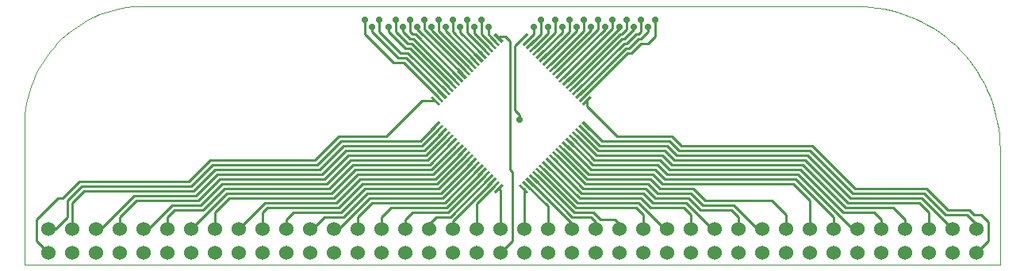
<source format=gtl>
G75*
G70*
%OFA0B0*%
%FSLAX24Y24*%
%IPPOS*%
%LPD*%
%AMOC8*
5,1,8,0,0,1.08239X$1,22.5*
%
%ADD10C,0.0000*%
%ADD11R,0.0106X0.0472*%
%ADD12R,0.0472X0.0106*%
%ADD13C,0.0600*%
%ADD14C,0.0100*%
%ADD15C,0.0278*%
D10*
X000183Y002893D02*
X000183Y008750D01*
X000182Y008750D02*
X000188Y008989D01*
X000205Y009227D01*
X000233Y009464D01*
X000273Y009699D01*
X000323Y009932D01*
X000385Y010163D01*
X000458Y010390D01*
X000541Y010614D01*
X000635Y010833D01*
X000739Y011048D01*
X000854Y011257D01*
X000978Y011461D01*
X001112Y011658D01*
X001255Y011849D01*
X001407Y012033D01*
X001567Y012210D01*
X001736Y012379D01*
X001913Y012539D01*
X002097Y012691D01*
X002288Y012834D01*
X002485Y012968D01*
X002689Y013092D01*
X002898Y013207D01*
X003113Y013311D01*
X003332Y013405D01*
X003556Y013488D01*
X003783Y013561D01*
X004014Y013623D01*
X004247Y013673D01*
X004482Y013713D01*
X004719Y013741D01*
X004957Y013758D01*
X005196Y013764D01*
X005196Y013763D02*
X035171Y013763D01*
X035171Y013764D02*
X035457Y013757D01*
X035742Y013737D01*
X036025Y013703D01*
X036307Y013655D01*
X036586Y013595D01*
X036863Y013521D01*
X037135Y013434D01*
X037402Y013334D01*
X037665Y013221D01*
X037922Y013097D01*
X038173Y012960D01*
X038417Y012811D01*
X038654Y012651D01*
X038882Y012479D01*
X039103Y012298D01*
X039314Y012105D01*
X039516Y011903D01*
X039709Y011692D01*
X039890Y011471D01*
X040062Y011243D01*
X040222Y011006D01*
X040371Y010762D01*
X040508Y010511D01*
X040632Y010254D01*
X040745Y009991D01*
X040845Y009724D01*
X040932Y009452D01*
X041006Y009175D01*
X041066Y008896D01*
X041114Y008614D01*
X041148Y008331D01*
X041168Y008046D01*
X041175Y007760D01*
X041175Y002893D01*
X000183Y002893D01*
D11*
G36*
X021369Y005960D02*
X021294Y005885D01*
X020961Y006218D01*
X021036Y006293D01*
X021369Y005960D01*
G37*
G36*
X021508Y006100D02*
X021433Y006025D01*
X021100Y006358D01*
X021175Y006433D01*
X021508Y006100D01*
G37*
G36*
X021647Y006239D02*
X021572Y006164D01*
X021239Y006497D01*
X021314Y006572D01*
X021647Y006239D01*
G37*
G36*
X021787Y006378D02*
X021712Y006303D01*
X021379Y006636D01*
X021454Y006711D01*
X021787Y006378D01*
G37*
G36*
X021926Y006517D02*
X021851Y006442D01*
X021518Y006775D01*
X021593Y006850D01*
X021926Y006517D01*
G37*
G36*
X022065Y006656D02*
X021990Y006581D01*
X021657Y006914D01*
X021732Y006989D01*
X022065Y006656D01*
G37*
G36*
X022204Y006796D02*
X022129Y006721D01*
X021796Y007054D01*
X021871Y007129D01*
X022204Y006796D01*
G37*
G36*
X022343Y006935D02*
X022268Y006860D01*
X021935Y007193D01*
X022010Y007268D01*
X022343Y006935D01*
G37*
G36*
X022483Y007074D02*
X022408Y006999D01*
X022075Y007332D01*
X022150Y007407D01*
X022483Y007074D01*
G37*
G36*
X022622Y007213D02*
X022547Y007138D01*
X022214Y007471D01*
X022289Y007546D01*
X022622Y007213D01*
G37*
G36*
X022761Y007352D02*
X022686Y007277D01*
X022353Y007610D01*
X022428Y007685D01*
X022761Y007352D01*
G37*
G36*
X022900Y007492D02*
X022825Y007417D01*
X022492Y007750D01*
X022567Y007825D01*
X022900Y007492D01*
G37*
G36*
X023039Y007631D02*
X022964Y007556D01*
X022631Y007889D01*
X022706Y007964D01*
X023039Y007631D01*
G37*
G36*
X023179Y007770D02*
X023104Y007695D01*
X022771Y008028D01*
X022846Y008103D01*
X023179Y007770D01*
G37*
G36*
X023318Y007909D02*
X023243Y007834D01*
X022910Y008167D01*
X022985Y008242D01*
X023318Y007909D01*
G37*
G36*
X023457Y008048D02*
X023382Y007973D01*
X023049Y008306D01*
X023124Y008381D01*
X023457Y008048D01*
G37*
G36*
X023596Y008188D02*
X023521Y008113D01*
X023188Y008446D01*
X023263Y008521D01*
X023596Y008188D01*
G37*
G36*
X023735Y008327D02*
X023660Y008252D01*
X023327Y008585D01*
X023402Y008660D01*
X023735Y008327D01*
G37*
G36*
X023874Y008466D02*
X023799Y008391D01*
X023466Y008724D01*
X023541Y008799D01*
X023874Y008466D01*
G37*
G36*
X024014Y008605D02*
X023939Y008530D01*
X023606Y008863D01*
X023681Y008938D01*
X024014Y008605D01*
G37*
G36*
X018362Y010359D02*
X018287Y010284D01*
X017954Y010617D01*
X018029Y010692D01*
X018362Y010359D01*
G37*
G36*
X018502Y010498D02*
X018427Y010423D01*
X018094Y010756D01*
X018169Y010831D01*
X018502Y010498D01*
G37*
G36*
X018641Y010637D02*
X018566Y010562D01*
X018233Y010895D01*
X018308Y010970D01*
X018641Y010637D01*
G37*
G36*
X018780Y010777D02*
X018705Y010702D01*
X018372Y011035D01*
X018447Y011110D01*
X018780Y010777D01*
G37*
G36*
X018919Y010916D02*
X018844Y010841D01*
X018511Y011174D01*
X018586Y011249D01*
X018919Y010916D01*
G37*
G36*
X019058Y011055D02*
X018983Y010980D01*
X018650Y011313D01*
X018725Y011388D01*
X019058Y011055D01*
G37*
G36*
X019198Y011194D02*
X019123Y011119D01*
X018790Y011452D01*
X018865Y011527D01*
X019198Y011194D01*
G37*
G36*
X019337Y011333D02*
X019262Y011258D01*
X018929Y011591D01*
X019004Y011666D01*
X019337Y011333D01*
G37*
G36*
X019476Y011473D02*
X019401Y011398D01*
X019068Y011731D01*
X019143Y011806D01*
X019476Y011473D01*
G37*
G36*
X019615Y011612D02*
X019540Y011537D01*
X019207Y011870D01*
X019282Y011945D01*
X019615Y011612D01*
G37*
G36*
X019754Y011751D02*
X019679Y011676D01*
X019346Y012009D01*
X019421Y012084D01*
X019754Y011751D01*
G37*
G36*
X019894Y011890D02*
X019819Y011815D01*
X019486Y012148D01*
X019561Y012223D01*
X019894Y011890D01*
G37*
G36*
X020033Y012029D02*
X019958Y011954D01*
X019625Y012287D01*
X019700Y012362D01*
X020033Y012029D01*
G37*
G36*
X020172Y012169D02*
X020097Y012094D01*
X019764Y012427D01*
X019839Y012502D01*
X020172Y012169D01*
G37*
G36*
X020311Y012308D02*
X020236Y012233D01*
X019903Y012566D01*
X019978Y012641D01*
X020311Y012308D01*
G37*
G36*
X018223Y010220D02*
X018148Y010145D01*
X017815Y010478D01*
X017890Y010553D01*
X018223Y010220D01*
G37*
G36*
X018084Y010081D02*
X018009Y010006D01*
X017676Y010339D01*
X017751Y010414D01*
X018084Y010081D01*
G37*
G36*
X017945Y009941D02*
X017870Y009866D01*
X017537Y010199D01*
X017612Y010274D01*
X017945Y009941D01*
G37*
G36*
X017806Y009802D02*
X017731Y009727D01*
X017398Y010060D01*
X017473Y010135D01*
X017806Y009802D01*
G37*
G36*
X017666Y009663D02*
X017591Y009588D01*
X017258Y009921D01*
X017333Y009996D01*
X017666Y009663D01*
G37*
D12*
G36*
X017666Y008863D02*
X017333Y008530D01*
X017258Y008605D01*
X017591Y008938D01*
X017666Y008863D01*
G37*
G36*
X017806Y008724D02*
X017473Y008391D01*
X017398Y008466D01*
X017731Y008799D01*
X017806Y008724D01*
G37*
G36*
X017945Y008585D02*
X017612Y008252D01*
X017537Y008327D01*
X017870Y008660D01*
X017945Y008585D01*
G37*
G36*
X018084Y008446D02*
X017751Y008113D01*
X017676Y008188D01*
X018009Y008521D01*
X018084Y008446D01*
G37*
G36*
X018223Y008306D02*
X017890Y007973D01*
X017815Y008048D01*
X018148Y008381D01*
X018223Y008306D01*
G37*
G36*
X018362Y008167D02*
X018029Y007834D01*
X017954Y007909D01*
X018287Y008242D01*
X018362Y008167D01*
G37*
G36*
X018502Y008028D02*
X018169Y007695D01*
X018094Y007770D01*
X018427Y008103D01*
X018502Y008028D01*
G37*
G36*
X018641Y007889D02*
X018308Y007556D01*
X018233Y007631D01*
X018566Y007964D01*
X018641Y007889D01*
G37*
G36*
X018780Y007750D02*
X018447Y007417D01*
X018372Y007492D01*
X018705Y007825D01*
X018780Y007750D01*
G37*
G36*
X018919Y007610D02*
X018586Y007277D01*
X018511Y007352D01*
X018844Y007685D01*
X018919Y007610D01*
G37*
G36*
X019058Y007471D02*
X018725Y007138D01*
X018650Y007213D01*
X018983Y007546D01*
X019058Y007471D01*
G37*
G36*
X019198Y007332D02*
X018865Y006999D01*
X018790Y007074D01*
X019123Y007407D01*
X019198Y007332D01*
G37*
G36*
X019337Y007193D02*
X019004Y006860D01*
X018929Y006935D01*
X019262Y007268D01*
X019337Y007193D01*
G37*
G36*
X019476Y007054D02*
X019143Y006721D01*
X019068Y006796D01*
X019401Y007129D01*
X019476Y007054D01*
G37*
G36*
X019615Y006914D02*
X019282Y006581D01*
X019207Y006656D01*
X019540Y006989D01*
X019615Y006914D01*
G37*
G36*
X019754Y006775D02*
X019421Y006442D01*
X019346Y006517D01*
X019679Y006850D01*
X019754Y006775D01*
G37*
G36*
X019894Y006636D02*
X019561Y006303D01*
X019486Y006378D01*
X019819Y006711D01*
X019894Y006636D01*
G37*
G36*
X020033Y006497D02*
X019700Y006164D01*
X019625Y006239D01*
X019958Y006572D01*
X020033Y006497D01*
G37*
G36*
X020172Y006358D02*
X019839Y006025D01*
X019764Y006100D01*
X020097Y006433D01*
X020172Y006358D01*
G37*
G36*
X020311Y006218D02*
X019978Y005885D01*
X019903Y005960D01*
X020236Y006293D01*
X020311Y006218D01*
G37*
G36*
X024014Y009921D02*
X023681Y009588D01*
X023606Y009663D01*
X023939Y009996D01*
X024014Y009921D01*
G37*
G36*
X023874Y010060D02*
X023541Y009727D01*
X023466Y009802D01*
X023799Y010135D01*
X023874Y010060D01*
G37*
G36*
X023735Y010199D02*
X023402Y009866D01*
X023327Y009941D01*
X023660Y010274D01*
X023735Y010199D01*
G37*
G36*
X023596Y010339D02*
X023263Y010006D01*
X023188Y010081D01*
X023521Y010414D01*
X023596Y010339D01*
G37*
G36*
X023457Y010478D02*
X023124Y010145D01*
X023049Y010220D01*
X023382Y010553D01*
X023457Y010478D01*
G37*
G36*
X023318Y010617D02*
X022985Y010284D01*
X022910Y010359D01*
X023243Y010692D01*
X023318Y010617D01*
G37*
G36*
X023179Y010756D02*
X022846Y010423D01*
X022771Y010498D01*
X023104Y010831D01*
X023179Y010756D01*
G37*
G36*
X023039Y010895D02*
X022706Y010562D01*
X022631Y010637D01*
X022964Y010970D01*
X023039Y010895D01*
G37*
G36*
X022900Y011035D02*
X022567Y010702D01*
X022492Y010777D01*
X022825Y011110D01*
X022900Y011035D01*
G37*
G36*
X022761Y011174D02*
X022428Y010841D01*
X022353Y010916D01*
X022686Y011249D01*
X022761Y011174D01*
G37*
G36*
X022622Y011313D02*
X022289Y010980D01*
X022214Y011055D01*
X022547Y011388D01*
X022622Y011313D01*
G37*
G36*
X022483Y011452D02*
X022150Y011119D01*
X022075Y011194D01*
X022408Y011527D01*
X022483Y011452D01*
G37*
G36*
X022343Y011591D02*
X022010Y011258D01*
X021935Y011333D01*
X022268Y011666D01*
X022343Y011591D01*
G37*
G36*
X022204Y011731D02*
X021871Y011398D01*
X021796Y011473D01*
X022129Y011806D01*
X022204Y011731D01*
G37*
G36*
X022065Y011870D02*
X021732Y011537D01*
X021657Y011612D01*
X021990Y011945D01*
X022065Y011870D01*
G37*
G36*
X021926Y012009D02*
X021593Y011676D01*
X021518Y011751D01*
X021851Y012084D01*
X021926Y012009D01*
G37*
G36*
X021787Y012148D02*
X021454Y011815D01*
X021379Y011890D01*
X021712Y012223D01*
X021787Y012148D01*
G37*
G36*
X021647Y012287D02*
X021314Y011954D01*
X021239Y012029D01*
X021572Y012362D01*
X021647Y012287D01*
G37*
G36*
X021508Y012427D02*
X021175Y012094D01*
X021100Y012169D01*
X021433Y012502D01*
X021508Y012427D01*
G37*
G36*
X021369Y012566D02*
X021036Y012233D01*
X020961Y012308D01*
X021294Y012641D01*
X021369Y012566D01*
G37*
D13*
X021183Y004393D03*
X022183Y004393D03*
X023183Y004393D03*
X024183Y004393D03*
X025183Y004393D03*
X026183Y004393D03*
X027183Y004393D03*
X028183Y004393D03*
X029183Y004393D03*
X030183Y004393D03*
X031183Y004393D03*
X032183Y004393D03*
X033183Y004393D03*
X034183Y004393D03*
X035183Y004393D03*
X036183Y004393D03*
X037183Y004393D03*
X038183Y004393D03*
X039183Y004393D03*
X040183Y004393D03*
X040183Y003393D03*
X039183Y003393D03*
X038183Y003393D03*
X037183Y003393D03*
X036183Y003393D03*
X035183Y003393D03*
X034183Y003393D03*
X033183Y003393D03*
X032183Y003393D03*
X031183Y003393D03*
X030183Y003393D03*
X029183Y003393D03*
X028183Y003393D03*
X027183Y003393D03*
X026183Y003393D03*
X025183Y003393D03*
X024183Y003393D03*
X023183Y003393D03*
X022183Y003393D03*
X021183Y003393D03*
X020183Y003393D03*
X019183Y003393D03*
X018183Y003393D03*
X017183Y003393D03*
X016183Y003393D03*
X015183Y003393D03*
X014183Y003393D03*
X013183Y003393D03*
X012183Y003393D03*
X011183Y003393D03*
X010183Y003393D03*
X009183Y003393D03*
X008183Y003393D03*
X007183Y003393D03*
X006183Y003393D03*
X005183Y003393D03*
X004183Y003393D03*
X003183Y003393D03*
X002183Y003393D03*
X001183Y003393D03*
X001183Y004393D03*
X002183Y004393D03*
X003183Y004393D03*
X004183Y004393D03*
X005183Y004393D03*
X006183Y004393D03*
X007183Y004393D03*
X008183Y004393D03*
X009183Y004393D03*
X010183Y004393D03*
X011183Y004393D03*
X012183Y004393D03*
X013183Y004393D03*
X014183Y004393D03*
X015183Y004393D03*
X016183Y004393D03*
X017183Y004393D03*
X018183Y004393D03*
X019183Y004393D03*
X020183Y004393D03*
D14*
X020183Y006014D01*
X020107Y006089D01*
X019968Y006229D02*
X019183Y005443D01*
X019183Y004393D01*
X018183Y004393D02*
X018183Y004722D01*
X019829Y006368D01*
X019690Y006507D02*
X018076Y004893D01*
X017483Y004893D01*
X017183Y004593D01*
X017183Y004393D01*
X016183Y004393D02*
X016183Y004793D01*
X016483Y005093D01*
X017997Y005093D01*
X019550Y006646D01*
X019411Y006785D02*
X017919Y005293D01*
X015583Y005293D01*
X015183Y004893D01*
X015183Y004393D01*
X014183Y004393D02*
X014183Y004893D01*
X014783Y005493D01*
X017841Y005493D01*
X019272Y006925D01*
X019133Y007064D02*
X017762Y005693D01*
X014683Y005693D01*
X013383Y004393D01*
X013183Y004393D01*
X012783Y004893D02*
X012283Y004393D01*
X012183Y004393D01*
X011483Y005093D02*
X011183Y004793D01*
X011183Y004393D01*
X010183Y004393D02*
X010183Y005093D01*
X010383Y005293D01*
X013383Y005293D01*
X014383Y006293D01*
X017527Y006293D01*
X018715Y007481D01*
X018854Y007342D02*
X017605Y006093D01*
X014483Y006093D01*
X013483Y005093D01*
X011483Y005093D01*
X010283Y005493D02*
X009183Y004393D01*
X008183Y004393D02*
X008183Y005093D01*
X008783Y005693D01*
X013183Y005693D01*
X014183Y006693D01*
X017370Y006693D01*
X018437Y007760D01*
X018576Y007621D02*
X017449Y006493D01*
X014283Y006493D01*
X013283Y005493D01*
X010283Y005493D01*
X008683Y005893D02*
X007183Y004393D01*
X006183Y004393D02*
X006183Y004893D01*
X006483Y005193D01*
X007683Y005193D01*
X008583Y006093D01*
X012983Y006093D01*
X013983Y007093D01*
X017213Y007093D01*
X018158Y008038D01*
X018019Y008177D02*
X017135Y007293D01*
X013883Y007293D01*
X012883Y006293D01*
X008483Y006293D01*
X007583Y005393D01*
X006383Y005393D01*
X005383Y004393D01*
X005183Y004393D01*
X004183Y004393D02*
X004183Y004893D01*
X004883Y005593D01*
X007483Y005593D01*
X008383Y006493D01*
X012783Y006493D01*
X013783Y007493D01*
X017057Y007493D01*
X017880Y008317D01*
X017741Y008456D02*
X016978Y007693D01*
X013683Y007693D01*
X012683Y006693D01*
X008283Y006693D01*
X007383Y005793D01*
X004783Y005793D01*
X003383Y004393D01*
X003183Y004393D01*
X002183Y004393D02*
X002183Y005493D01*
X002683Y005993D01*
X007283Y005993D01*
X008183Y006893D01*
X012583Y006893D01*
X013583Y007893D01*
X016900Y007893D01*
X017602Y008595D01*
X017462Y008734D02*
X016822Y008093D01*
X013483Y008093D01*
X012483Y007093D01*
X008083Y007093D01*
X007183Y006193D01*
X002583Y006193D01*
X001983Y005593D01*
X001983Y004893D01*
X001483Y004393D01*
X001183Y004393D01*
X000683Y004793D02*
X000683Y003893D01*
X001183Y003393D01*
X000683Y004793D02*
X001583Y005693D01*
X001783Y005693D01*
X002483Y006393D01*
X007083Y006393D01*
X007983Y007293D01*
X012383Y007293D01*
X013383Y008293D01*
X015383Y008293D01*
X016881Y009792D01*
X017462Y009792D01*
X017602Y009931D02*
X016140Y011393D01*
X015683Y011393D01*
X014483Y012593D01*
X014483Y013193D01*
X015083Y013193D02*
X015083Y012693D01*
X015983Y011793D01*
X016296Y011793D01*
X017880Y010210D01*
X018019Y010349D02*
X016375Y011993D01*
X016183Y011993D01*
X015483Y012693D01*
X015483Y012893D01*
X015783Y012693D02*
X016283Y012193D01*
X016453Y012193D01*
X018158Y010488D01*
X018298Y010627D02*
X016531Y012393D01*
X016383Y012393D01*
X016083Y012693D01*
X016083Y012893D01*
X016383Y012693D02*
X016383Y013193D01*
X016983Y013193D02*
X016983Y012777D01*
X018715Y011045D01*
X018854Y011184D02*
X017283Y012756D01*
X017283Y012893D01*
X017583Y012734D02*
X017583Y013193D01*
X018183Y013193D02*
X018183Y012691D01*
X019272Y011602D01*
X019411Y011741D02*
X018483Y012669D01*
X018483Y012893D01*
X018783Y012648D02*
X018783Y013193D01*
X019383Y013193D02*
X019383Y012604D01*
X019829Y012158D01*
X019690Y012019D02*
X019083Y012626D01*
X019083Y012893D01*
X018783Y012648D02*
X019550Y011880D01*
X019133Y011462D02*
X017883Y012712D01*
X017883Y012893D01*
X017583Y012734D02*
X018994Y011323D01*
X018576Y010906D02*
X016683Y012799D01*
X016683Y012893D01*
X016483Y012593D02*
X016383Y012693D01*
X016483Y012593D02*
X016610Y012593D01*
X018437Y010766D01*
X017741Y010070D02*
X016218Y011593D01*
X015883Y011593D01*
X014783Y012693D01*
X014783Y012893D01*
X015783Y012693D02*
X015783Y013193D01*
X019683Y012893D02*
X019683Y012583D01*
X019968Y012298D01*
X020107Y012437D02*
X020164Y012493D01*
X020383Y012493D01*
X020583Y012293D01*
X020583Y006893D01*
X020683Y006793D01*
X020683Y003893D01*
X020183Y003393D01*
X021183Y004393D02*
X021183Y006072D01*
X021165Y006089D01*
X021304Y006229D02*
X022183Y005350D01*
X022183Y004393D01*
X023183Y004393D02*
X023183Y004629D01*
X021443Y006368D01*
X021583Y006507D02*
X023196Y004893D01*
X023983Y004893D01*
X024183Y004693D01*
X024183Y004393D01*
X024983Y004793D02*
X025183Y004593D01*
X025183Y004393D01*
X026183Y004393D02*
X026183Y004993D01*
X025883Y005293D01*
X023353Y005293D01*
X021861Y006785D01*
X021722Y006646D02*
X023275Y005093D01*
X024083Y005093D01*
X024383Y004793D01*
X024983Y004793D01*
X025983Y005493D02*
X027083Y004393D01*
X027183Y004393D01*
X028183Y004393D02*
X028183Y004993D01*
X027883Y005293D01*
X026483Y005293D01*
X026083Y005693D01*
X023510Y005693D01*
X022139Y007064D01*
X022000Y006925D02*
X023431Y005493D01*
X025983Y005493D01*
X026183Y005893D02*
X026583Y005493D01*
X027983Y005493D01*
X029083Y004393D01*
X029183Y004393D01*
X030183Y004393D02*
X030183Y004893D01*
X029883Y005193D01*
X028583Y005193D01*
X028083Y005693D01*
X026683Y005693D01*
X026283Y006093D01*
X023667Y006093D01*
X022418Y007342D01*
X022557Y007481D02*
X023745Y006293D01*
X026383Y006293D01*
X026783Y005893D01*
X028183Y005893D01*
X028683Y005393D01*
X029983Y005393D01*
X030983Y004393D01*
X031183Y004393D01*
X032183Y004393D02*
X032183Y004993D01*
X031583Y005593D01*
X028783Y005593D01*
X028283Y006093D01*
X026883Y006093D01*
X026483Y006493D01*
X023823Y006493D01*
X022696Y007621D01*
X022835Y007760D02*
X023902Y006693D01*
X026583Y006693D01*
X026983Y006293D01*
X032483Y006293D01*
X033183Y005593D01*
X033183Y004393D01*
X034183Y004393D02*
X034183Y004893D01*
X032583Y006493D01*
X027083Y006493D01*
X026683Y006893D01*
X023980Y006893D01*
X022975Y007899D01*
X023114Y008038D02*
X024059Y007093D01*
X026783Y007093D01*
X027183Y006693D01*
X032683Y006693D01*
X034983Y004393D01*
X035183Y004393D01*
X036183Y004393D02*
X036183Y004793D01*
X035883Y005093D01*
X034583Y005093D01*
X032783Y006893D01*
X027283Y006893D01*
X026883Y007293D01*
X024137Y007293D01*
X023253Y008177D01*
X023392Y008317D02*
X024215Y007493D01*
X026983Y007493D01*
X027383Y007093D01*
X032883Y007093D01*
X034683Y005293D01*
X036683Y005293D01*
X037183Y004793D01*
X037183Y004393D01*
X038183Y004393D02*
X038183Y005093D01*
X037783Y005493D01*
X034783Y005493D01*
X032983Y007293D01*
X027483Y007293D01*
X027083Y007693D01*
X024294Y007693D01*
X023531Y008456D01*
X023670Y008595D02*
X024372Y007893D01*
X027183Y007893D01*
X027583Y007493D01*
X033083Y007493D01*
X034883Y005693D01*
X037883Y005693D01*
X039183Y004393D01*
X039783Y004993D02*
X040183Y004593D01*
X040183Y004393D01*
X040683Y004693D02*
X040683Y003893D01*
X040183Y003393D01*
X040683Y004693D02*
X040383Y004993D01*
X040083Y004993D01*
X039883Y005193D01*
X038983Y005193D01*
X038083Y006093D01*
X035083Y006093D01*
X033283Y007893D01*
X027783Y007893D01*
X027383Y008293D01*
X025083Y008293D01*
X023810Y009566D01*
X023810Y009792D01*
X023670Y009931D02*
X025533Y011793D01*
X025683Y011793D01*
X026083Y012193D01*
X026383Y012193D01*
X026683Y012493D01*
X026683Y013193D01*
X026083Y013193D02*
X026083Y012693D01*
X025983Y012593D01*
X025883Y012593D01*
X025483Y012193D01*
X025376Y012193D01*
X023392Y010210D01*
X023253Y010349D02*
X025297Y012393D01*
X025383Y012393D01*
X025783Y012793D01*
X025783Y012893D01*
X025483Y012793D02*
X025483Y013193D01*
X024883Y013193D02*
X024883Y012814D01*
X022835Y010766D01*
X022975Y010627D02*
X025183Y012835D01*
X025183Y012893D01*
X025283Y012593D02*
X025483Y012793D01*
X025283Y012593D02*
X025219Y012593D01*
X023114Y010488D01*
X023531Y010070D02*
X025454Y011993D01*
X025583Y011993D01*
X025983Y012393D01*
X026083Y012393D01*
X026383Y012693D01*
X026383Y012893D01*
X024583Y012893D02*
X024583Y012792D01*
X022696Y010906D01*
X022557Y011045D02*
X024283Y012771D01*
X024283Y013193D01*
X023683Y013193D02*
X023683Y012727D01*
X022279Y011323D01*
X022418Y011184D02*
X023983Y012749D01*
X023983Y012893D01*
X023383Y012893D02*
X023383Y012706D01*
X022139Y011462D01*
X022000Y011602D02*
X023083Y012684D01*
X023083Y013193D01*
X022483Y013193D02*
X022483Y012641D01*
X021722Y011880D01*
X021861Y011741D02*
X022783Y012663D01*
X022783Y012893D01*
X022183Y012893D02*
X022183Y012619D01*
X021583Y012019D01*
X021443Y012158D02*
X021883Y012598D01*
X021883Y013193D01*
X021583Y012893D02*
X021583Y012576D01*
X021304Y012298D01*
X021165Y012437D02*
X021126Y012437D01*
X020783Y012093D01*
X020783Y009393D01*
X020983Y009193D01*
X020983Y008993D01*
X023810Y008734D02*
X024451Y008093D01*
X027283Y008093D01*
X027683Y007693D01*
X033183Y007693D01*
X034983Y005893D01*
X037983Y005893D01*
X038883Y004993D01*
X039783Y004993D01*
X026183Y005893D02*
X023588Y005893D01*
X022279Y007203D01*
X018994Y007203D02*
X017684Y005893D01*
X014583Y005893D01*
X013583Y004893D01*
X012783Y004893D01*
X013083Y005893D02*
X008683Y005893D01*
X013083Y005893D02*
X014083Y006893D01*
X017292Y006893D01*
X018298Y007899D01*
D15*
X020983Y008993D03*
X021583Y012893D03*
X022183Y012893D03*
X022783Y012893D03*
X023383Y012893D03*
X023983Y012893D03*
X024583Y012893D03*
X025183Y012893D03*
X025783Y012893D03*
X026383Y012893D03*
X026683Y013193D03*
X026083Y013193D03*
X025483Y013193D03*
X024883Y013193D03*
X024283Y013193D03*
X023683Y013193D03*
X023083Y013193D03*
X022483Y013193D03*
X021883Y013193D03*
X019683Y012893D03*
X019083Y012893D03*
X018483Y012893D03*
X017883Y012893D03*
X017283Y012893D03*
X016683Y012893D03*
X016083Y012893D03*
X015483Y012893D03*
X014783Y012893D03*
X015083Y013193D03*
X015783Y013193D03*
X016383Y013193D03*
X016983Y013193D03*
X017583Y013193D03*
X018183Y013193D03*
X018783Y013193D03*
X019383Y013193D03*
X014483Y013193D03*
M02*

</source>
